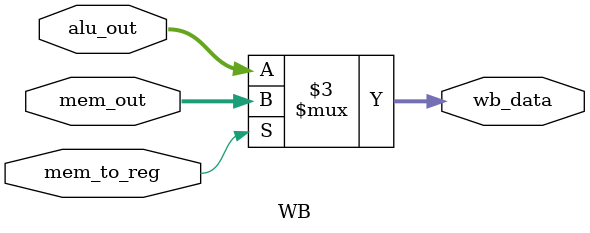
<source format=v>
`timescale 1ns / 1ps


module WB(
    input mem_to_reg,
    input [31:0] alu_out,
    input [31:0] mem_out,
    
    output reg [31:0] wb_data
);

    always@(*)begin
        if(mem_to_reg)begin
            wb_data <= mem_out;
        end
        else begin
            wb_data <= alu_out;
        end
    end
endmodule
</source>
